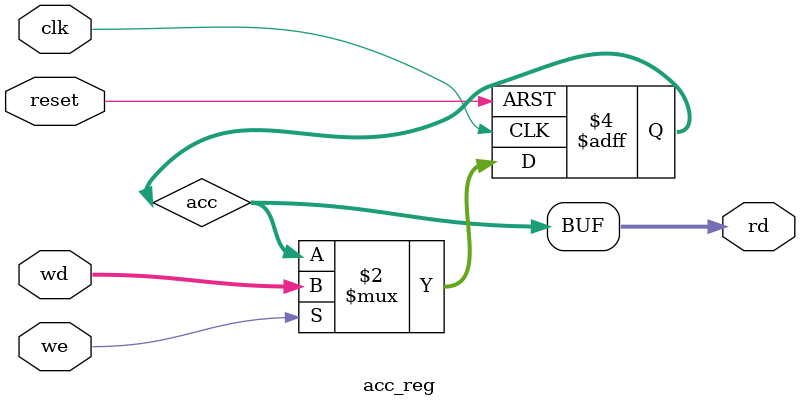
<source format=v>
`timescale 1ns / 1ps


module acc_reg(
    input          clk,
    input          reset,
    input          we, 
    input  [15:0]  wd,
    output [15:0]  rd
);

reg [15:0] acc;

always @ (posedge clk, posedge reset) begin
    if(reset) begin
        acc <= 0;
    end else if (we) begin
        acc <= wd;
    end
end
    
assign rd = acc;

endmodule

</source>
